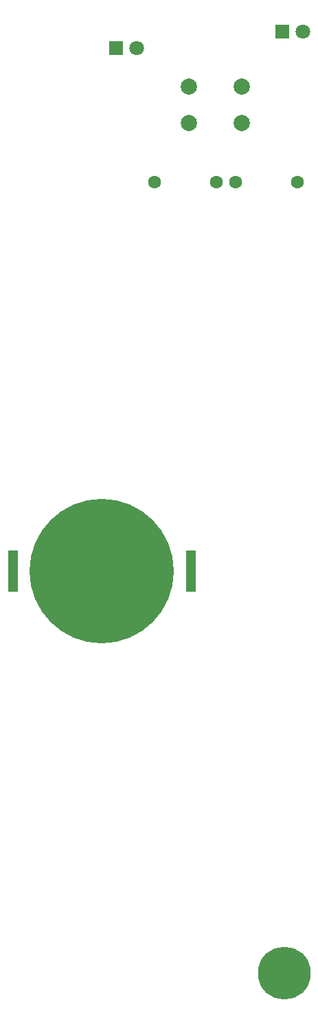
<source format=gbr>
%TF.GenerationSoftware,KiCad,Pcbnew,9.0.2*%
%TF.CreationDate,2025-06-03T16:13:35-04:00*%
%TF.ProjectId,athena workshop,61746865-6e61-4207-976f-726b73686f70,rev?*%
%TF.SameCoordinates,Original*%
%TF.FileFunction,Soldermask,Bot*%
%TF.FilePolarity,Negative*%
%FSLAX46Y46*%
G04 Gerber Fmt 4.6, Leading zero omitted, Abs format (unit mm)*
G04 Created by KiCad (PCBNEW 9.0.2) date 2025-06-03 16:13:35*
%MOMM*%
%LPD*%
G01*
G04 APERTURE LIST*
%ADD10C,6.500000*%
%ADD11C,2.000000*%
%ADD12R,1.800000X1.800000*%
%ADD13C,1.800000*%
%ADD14C,1.600000*%
%ADD15R,1.270000X5.080000*%
%ADD16C,17.800000*%
G04 APERTURE END LIST*
D10*
%TO.C,REF\u002A\u002A*%
X135000000Y-156500000D03*
%TD*%
D11*
%TO.C,SW1*%
X123250000Y-47250000D03*
X129750000Y-47250000D03*
X123250000Y-51750000D03*
X129750000Y-51750000D03*
%TD*%
D12*
%TO.C,D2*%
X134725000Y-40500000D03*
D13*
X137265000Y-40500000D03*
%TD*%
D14*
%TO.C,R2*%
X119000000Y-59000000D03*
X126620000Y-59000000D03*
%TD*%
D12*
%TO.C,D1*%
X114225000Y-42500000D03*
D13*
X116765000Y-42500000D03*
%TD*%
D14*
%TO.C,R1*%
X129000000Y-59000000D03*
X136620000Y-59000000D03*
%TD*%
D15*
%TO.C,BT1*%
X123485000Y-107000000D03*
X101515000Y-107000000D03*
D16*
X112500000Y-107000000D03*
%TD*%
M02*

</source>
